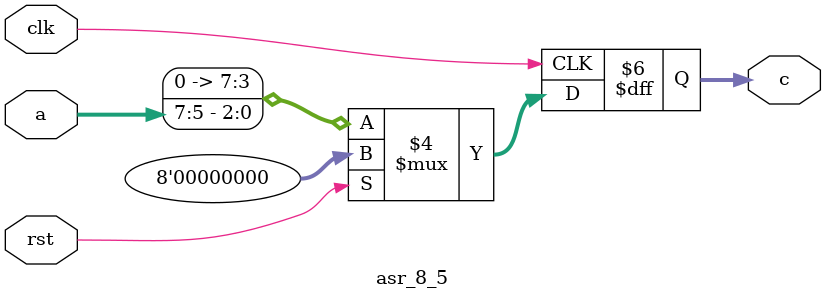
<source format=v>
module asr_8_5(
    a,
    c,
    clk,
    rst
);

input [7:0] a;
input clk, rst;
output [7:0] c;

always @ ( posedge clk )
begin
    case(rst)
        0: c = a >>> 5;
        default: c = 0;
    endcase
end

endmodule

</source>
